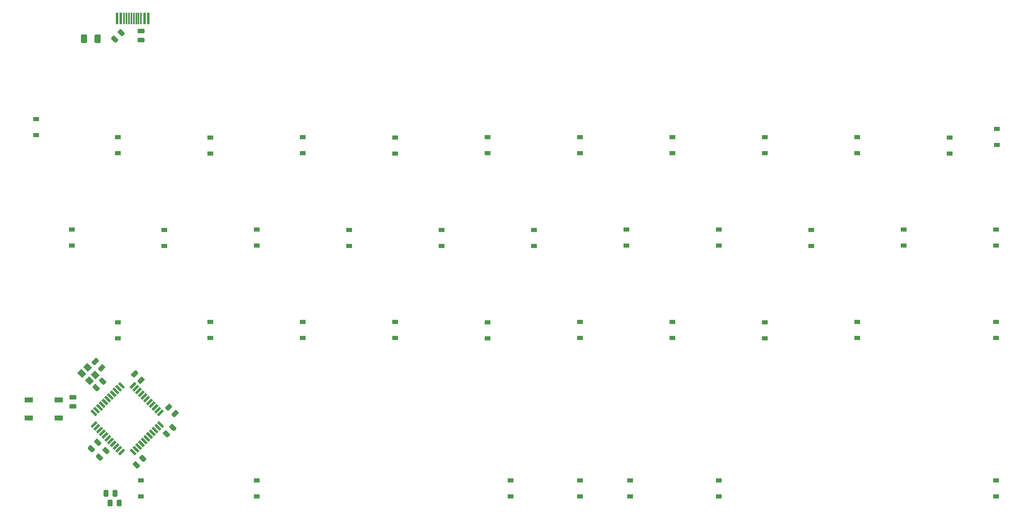
<source format=gbr>
G04 #@! TF.GenerationSoftware,KiCad,Pcbnew,(5.1.5)-3*
G04 #@! TF.CreationDate,2020-09-23T00:09:50-07:00*
G04 #@! TF.ProjectId,keyboard,6b657962-6f61-4726-942e-6b696361645f,rev?*
G04 #@! TF.SameCoordinates,Original*
G04 #@! TF.FileFunction,Paste,Bot*
G04 #@! TF.FilePolarity,Positive*
%FSLAX46Y46*%
G04 Gerber Fmt 4.6, Leading zero omitted, Abs format (unit mm)*
G04 Created by KiCad (PCBNEW (5.1.5)-3) date 2020-09-23 00:09:50*
%MOMM*%
%LPD*%
G04 APERTURE LIST*
%ADD10R,1.200000X0.900000*%
%ADD11C,0.100000*%
%ADD12R,0.300000X2.450000*%
%ADD13R,0.600000X2.450000*%
%ADD14R,1.800000X1.100000*%
G04 APERTURE END LIST*
D10*
X347875000Y11350000D03*
X347875000Y8050000D03*
X149800000Y13325000D03*
X149800000Y10025000D03*
D11*
G36*
X170298326Y-38417873D02*
G01*
X170321987Y-38421383D01*
X170345191Y-38427195D01*
X170367713Y-38435253D01*
X170389337Y-38445481D01*
X170409854Y-38457778D01*
X170429067Y-38472028D01*
X170446791Y-38488092D01*
X170791506Y-38832807D01*
X170807570Y-38850531D01*
X170821820Y-38869744D01*
X170834117Y-38890261D01*
X170844345Y-38911885D01*
X170852403Y-38934407D01*
X170858215Y-38957611D01*
X170861725Y-38981272D01*
X170862899Y-39005164D01*
X170861725Y-39029056D01*
X170858215Y-39052717D01*
X170852403Y-39075921D01*
X170844345Y-39098443D01*
X170834117Y-39120067D01*
X170821820Y-39140584D01*
X170807570Y-39159797D01*
X170791506Y-39177521D01*
X170146271Y-39822756D01*
X170128547Y-39838820D01*
X170109334Y-39853070D01*
X170088817Y-39865367D01*
X170067193Y-39875595D01*
X170044671Y-39883653D01*
X170021467Y-39889465D01*
X169997806Y-39892975D01*
X169973914Y-39894149D01*
X169950022Y-39892975D01*
X169926361Y-39889465D01*
X169903157Y-39883653D01*
X169880635Y-39875595D01*
X169859011Y-39865367D01*
X169838494Y-39853070D01*
X169819281Y-39838820D01*
X169801557Y-39822756D01*
X169456842Y-39478041D01*
X169440778Y-39460317D01*
X169426528Y-39441104D01*
X169414231Y-39420587D01*
X169404003Y-39398963D01*
X169395945Y-39376441D01*
X169390133Y-39353237D01*
X169386623Y-39329576D01*
X169385449Y-39305684D01*
X169386623Y-39281792D01*
X169390133Y-39258131D01*
X169395945Y-39234927D01*
X169404003Y-39212405D01*
X169414231Y-39190781D01*
X169426528Y-39170264D01*
X169440778Y-39151051D01*
X169456842Y-39133327D01*
X170102077Y-38488092D01*
X170119801Y-38472028D01*
X170139014Y-38457778D01*
X170159531Y-38445481D01*
X170181155Y-38435253D01*
X170203677Y-38427195D01*
X170226881Y-38421383D01*
X170250542Y-38417873D01*
X170274434Y-38416699D01*
X170298326Y-38417873D01*
G37*
G36*
X171624152Y-39743699D02*
G01*
X171647813Y-39747209D01*
X171671017Y-39753021D01*
X171693539Y-39761079D01*
X171715163Y-39771307D01*
X171735680Y-39783604D01*
X171754893Y-39797854D01*
X171772617Y-39813918D01*
X172117332Y-40158633D01*
X172133396Y-40176357D01*
X172147646Y-40195570D01*
X172159943Y-40216087D01*
X172170171Y-40237711D01*
X172178229Y-40260233D01*
X172184041Y-40283437D01*
X172187551Y-40307098D01*
X172188725Y-40330990D01*
X172187551Y-40354882D01*
X172184041Y-40378543D01*
X172178229Y-40401747D01*
X172170171Y-40424269D01*
X172159943Y-40445893D01*
X172147646Y-40466410D01*
X172133396Y-40485623D01*
X172117332Y-40503347D01*
X171472097Y-41148582D01*
X171454373Y-41164646D01*
X171435160Y-41178896D01*
X171414643Y-41191193D01*
X171393019Y-41201421D01*
X171370497Y-41209479D01*
X171347293Y-41215291D01*
X171323632Y-41218801D01*
X171299740Y-41219975D01*
X171275848Y-41218801D01*
X171252187Y-41215291D01*
X171228983Y-41209479D01*
X171206461Y-41201421D01*
X171184837Y-41191193D01*
X171164320Y-41178896D01*
X171145107Y-41164646D01*
X171127383Y-41148582D01*
X170782668Y-40803867D01*
X170766604Y-40786143D01*
X170752354Y-40766930D01*
X170740057Y-40746413D01*
X170729829Y-40724789D01*
X170721771Y-40702267D01*
X170715959Y-40679063D01*
X170712449Y-40655402D01*
X170711275Y-40631510D01*
X170712449Y-40607618D01*
X170715959Y-40583957D01*
X170721771Y-40560753D01*
X170729829Y-40538231D01*
X170740057Y-40516607D01*
X170752354Y-40496090D01*
X170766604Y-40476877D01*
X170782668Y-40459153D01*
X171427903Y-39813918D01*
X171445627Y-39797854D01*
X171464840Y-39783604D01*
X171485357Y-39771307D01*
X171506981Y-39761079D01*
X171529503Y-39753021D01*
X171552707Y-39747209D01*
X171576368Y-39743699D01*
X171600260Y-39742525D01*
X171624152Y-39743699D01*
G37*
G36*
X158301903Y-38952512D02*
G01*
X159150431Y-38103984D01*
X160140381Y-39093934D01*
X159291853Y-39942462D01*
X158301903Y-38952512D01*
G37*
G36*
X159857538Y-40508147D02*
G01*
X160706066Y-39659619D01*
X161696016Y-40649569D01*
X160847488Y-41498097D01*
X159857538Y-40508147D01*
G37*
G36*
X161059619Y-39306066D02*
G01*
X161908147Y-38457538D01*
X162898097Y-39447488D01*
X162049569Y-40296016D01*
X161059619Y-39306066D01*
G37*
G36*
X159503984Y-37750431D02*
G01*
X160352512Y-36901903D01*
X161342462Y-37891853D01*
X160493934Y-38740381D01*
X159503984Y-37750431D01*
G37*
D12*
X169440000Y34150000D03*
X169940000Y34150000D03*
X170440000Y34150000D03*
X168940000Y34150000D03*
X170940000Y34150000D03*
X168440000Y34150000D03*
X171440000Y34150000D03*
X167940000Y34150000D03*
D13*
X167240000Y34150000D03*
X172140000Y34150000D03*
X166465000Y34150000D03*
X172915000Y34150000D03*
D11*
G36*
X167062042Y-55983720D02*
G01*
X166673134Y-55594812D01*
X167733794Y-54534152D01*
X168122702Y-54923060D01*
X167062042Y-55983720D01*
G37*
G36*
X166496357Y-55418034D02*
G01*
X166107449Y-55029126D01*
X167168109Y-53968466D01*
X167557017Y-54357374D01*
X166496357Y-55418034D01*
G37*
G36*
X165930672Y-54852349D02*
G01*
X165541764Y-54463441D01*
X166602424Y-53402781D01*
X166991332Y-53791689D01*
X165930672Y-54852349D01*
G37*
G36*
X165364986Y-54286664D02*
G01*
X164976078Y-53897756D01*
X166036738Y-52837096D01*
X166425646Y-53226004D01*
X165364986Y-54286664D01*
G37*
G36*
X164799301Y-53720978D02*
G01*
X164410393Y-53332070D01*
X165471053Y-52271410D01*
X165859961Y-52660318D01*
X164799301Y-53720978D01*
G37*
G36*
X164233615Y-53155293D02*
G01*
X163844707Y-52766385D01*
X164905367Y-51705725D01*
X165294275Y-52094633D01*
X164233615Y-53155293D01*
G37*
G36*
X163667930Y-52589607D02*
G01*
X163279022Y-52200699D01*
X164339682Y-51140039D01*
X164728590Y-51528947D01*
X163667930Y-52589607D01*
G37*
G36*
X163102244Y-52023922D02*
G01*
X162713336Y-51635014D01*
X163773996Y-50574354D01*
X164162904Y-50963262D01*
X163102244Y-52023922D01*
G37*
G36*
X162536559Y-51458236D02*
G01*
X162147651Y-51069328D01*
X163208311Y-50008668D01*
X163597219Y-50397576D01*
X162536559Y-51458236D01*
G37*
G36*
X161970874Y-50892551D02*
G01*
X161581966Y-50503643D01*
X162642626Y-49442983D01*
X163031534Y-49831891D01*
X161970874Y-50892551D01*
G37*
G36*
X161405188Y-50326866D02*
G01*
X161016280Y-49937958D01*
X162076940Y-48877298D01*
X162465848Y-49266206D01*
X161405188Y-50326866D01*
G37*
G36*
X161016280Y-46862042D02*
G01*
X161405188Y-46473134D01*
X162465848Y-47533794D01*
X162076940Y-47922702D01*
X161016280Y-46862042D01*
G37*
G36*
X161581966Y-46296357D02*
G01*
X161970874Y-45907449D01*
X163031534Y-46968109D01*
X162642626Y-47357017D01*
X161581966Y-46296357D01*
G37*
G36*
X162147651Y-45730672D02*
G01*
X162536559Y-45341764D01*
X163597219Y-46402424D01*
X163208311Y-46791332D01*
X162147651Y-45730672D01*
G37*
G36*
X162713336Y-45164986D02*
G01*
X163102244Y-44776078D01*
X164162904Y-45836738D01*
X163773996Y-46225646D01*
X162713336Y-45164986D01*
G37*
G36*
X163279022Y-44599301D02*
G01*
X163667930Y-44210393D01*
X164728590Y-45271053D01*
X164339682Y-45659961D01*
X163279022Y-44599301D01*
G37*
G36*
X163844707Y-44033615D02*
G01*
X164233615Y-43644707D01*
X165294275Y-44705367D01*
X164905367Y-45094275D01*
X163844707Y-44033615D01*
G37*
G36*
X164410393Y-43467930D02*
G01*
X164799301Y-43079022D01*
X165859961Y-44139682D01*
X165471053Y-44528590D01*
X164410393Y-43467930D01*
G37*
G36*
X164976078Y-42902244D02*
G01*
X165364986Y-42513336D01*
X166425646Y-43573996D01*
X166036738Y-43962904D01*
X164976078Y-42902244D01*
G37*
G36*
X165541764Y-42336559D02*
G01*
X165930672Y-41947651D01*
X166991332Y-43008311D01*
X166602424Y-43397219D01*
X165541764Y-42336559D01*
G37*
G36*
X166107449Y-41770874D02*
G01*
X166496357Y-41381966D01*
X167557017Y-42442626D01*
X167168109Y-42831534D01*
X166107449Y-41770874D01*
G37*
G36*
X166673134Y-41205188D02*
G01*
X167062042Y-40816280D01*
X168122702Y-41876940D01*
X167733794Y-42265848D01*
X166673134Y-41205188D01*
G37*
G36*
X169466206Y-42265848D02*
G01*
X169077298Y-41876940D01*
X170137958Y-40816280D01*
X170526866Y-41205188D01*
X169466206Y-42265848D01*
G37*
G36*
X170031891Y-42831534D02*
G01*
X169642983Y-42442626D01*
X170703643Y-41381966D01*
X171092551Y-41770874D01*
X170031891Y-42831534D01*
G37*
G36*
X170597576Y-43397219D02*
G01*
X170208668Y-43008311D01*
X171269328Y-41947651D01*
X171658236Y-42336559D01*
X170597576Y-43397219D01*
G37*
G36*
X171163262Y-43962904D02*
G01*
X170774354Y-43573996D01*
X171835014Y-42513336D01*
X172223922Y-42902244D01*
X171163262Y-43962904D01*
G37*
G36*
X171728947Y-44528590D02*
G01*
X171340039Y-44139682D01*
X172400699Y-43079022D01*
X172789607Y-43467930D01*
X171728947Y-44528590D01*
G37*
G36*
X172294633Y-45094275D02*
G01*
X171905725Y-44705367D01*
X172966385Y-43644707D01*
X173355293Y-44033615D01*
X172294633Y-45094275D01*
G37*
G36*
X172860318Y-45659961D02*
G01*
X172471410Y-45271053D01*
X173532070Y-44210393D01*
X173920978Y-44599301D01*
X172860318Y-45659961D01*
G37*
G36*
X173426004Y-46225646D02*
G01*
X173037096Y-45836738D01*
X174097756Y-44776078D01*
X174486664Y-45164986D01*
X173426004Y-46225646D01*
G37*
G36*
X173991689Y-46791332D02*
G01*
X173602781Y-46402424D01*
X174663441Y-45341764D01*
X175052349Y-45730672D01*
X173991689Y-46791332D01*
G37*
G36*
X174557374Y-47357017D02*
G01*
X174168466Y-46968109D01*
X175229126Y-45907449D01*
X175618034Y-46296357D01*
X174557374Y-47357017D01*
G37*
G36*
X175123060Y-47922702D02*
G01*
X174734152Y-47533794D01*
X175794812Y-46473134D01*
X176183720Y-46862042D01*
X175123060Y-47922702D01*
G37*
G36*
X174734152Y-49266206D02*
G01*
X175123060Y-48877298D01*
X176183720Y-49937958D01*
X175794812Y-50326866D01*
X174734152Y-49266206D01*
G37*
G36*
X174168466Y-49831891D02*
G01*
X174557374Y-49442983D01*
X175618034Y-50503643D01*
X175229126Y-50892551D01*
X174168466Y-49831891D01*
G37*
G36*
X173602781Y-50397576D02*
G01*
X173991689Y-50008668D01*
X175052349Y-51069328D01*
X174663441Y-51458236D01*
X173602781Y-50397576D01*
G37*
G36*
X173037096Y-50963262D02*
G01*
X173426004Y-50574354D01*
X174486664Y-51635014D01*
X174097756Y-52023922D01*
X173037096Y-50963262D01*
G37*
G36*
X172471410Y-51528947D02*
G01*
X172860318Y-51140039D01*
X173920978Y-52200699D01*
X173532070Y-52589607D01*
X172471410Y-51528947D01*
G37*
G36*
X171905725Y-52094633D02*
G01*
X172294633Y-51705725D01*
X173355293Y-52766385D01*
X172966385Y-53155293D01*
X171905725Y-52094633D01*
G37*
G36*
X171340039Y-52660318D02*
G01*
X171728947Y-52271410D01*
X172789607Y-53332070D01*
X172400699Y-53720978D01*
X171340039Y-52660318D01*
G37*
G36*
X170774354Y-53226004D02*
G01*
X171163262Y-52837096D01*
X172223922Y-53897756D01*
X171835014Y-54286664D01*
X170774354Y-53226004D01*
G37*
G36*
X170208668Y-53791689D02*
G01*
X170597576Y-53402781D01*
X171658236Y-54463441D01*
X171269328Y-54852349D01*
X170208668Y-53791689D01*
G37*
G36*
X169642983Y-54357374D02*
G01*
X170031891Y-53968466D01*
X171092551Y-55029126D01*
X170703643Y-55418034D01*
X169642983Y-54357374D01*
G37*
G36*
X169077298Y-54923060D02*
G01*
X169466206Y-54534152D01*
X170526866Y-55594812D01*
X170137958Y-55983720D01*
X169077298Y-54923060D01*
G37*
D14*
X148300000Y-48250000D03*
X154500000Y-44550000D03*
X148300000Y-44550000D03*
X154500000Y-48250000D03*
D11*
G36*
X171920142Y32006326D02*
G01*
X171943803Y32002816D01*
X171967007Y31997004D01*
X171989529Y31988946D01*
X172011153Y31978718D01*
X172031670Y31966421D01*
X172050883Y31952171D01*
X172068607Y31936107D01*
X172084671Y31918383D01*
X172098921Y31899170D01*
X172111218Y31878653D01*
X172121446Y31857029D01*
X172129504Y31834507D01*
X172135316Y31811303D01*
X172138826Y31787642D01*
X172140000Y31763750D01*
X172140000Y31276250D01*
X172138826Y31252358D01*
X172135316Y31228697D01*
X172129504Y31205493D01*
X172121446Y31182971D01*
X172111218Y31161347D01*
X172098921Y31140830D01*
X172084671Y31121617D01*
X172068607Y31103893D01*
X172050883Y31087829D01*
X172031670Y31073579D01*
X172011153Y31061282D01*
X171989529Y31051054D01*
X171967007Y31042996D01*
X171943803Y31037184D01*
X171920142Y31033674D01*
X171896250Y31032500D01*
X170983750Y31032500D01*
X170959858Y31033674D01*
X170936197Y31037184D01*
X170912993Y31042996D01*
X170890471Y31051054D01*
X170868847Y31061282D01*
X170848330Y31073579D01*
X170829117Y31087829D01*
X170811393Y31103893D01*
X170795329Y31121617D01*
X170781079Y31140830D01*
X170768782Y31161347D01*
X170758554Y31182971D01*
X170750496Y31205493D01*
X170744684Y31228697D01*
X170741174Y31252358D01*
X170740000Y31276250D01*
X170740000Y31763750D01*
X170741174Y31787642D01*
X170744684Y31811303D01*
X170750496Y31834507D01*
X170758554Y31857029D01*
X170768782Y31878653D01*
X170781079Y31899170D01*
X170795329Y31918383D01*
X170811393Y31936107D01*
X170829117Y31952171D01*
X170848330Y31966421D01*
X170868847Y31978718D01*
X170890471Y31988946D01*
X170912993Y31997004D01*
X170936197Y32002816D01*
X170959858Y32006326D01*
X170983750Y32007500D01*
X171896250Y32007500D01*
X171920142Y32006326D01*
G37*
G36*
X171920142Y30131326D02*
G01*
X171943803Y30127816D01*
X171967007Y30122004D01*
X171989529Y30113946D01*
X172011153Y30103718D01*
X172031670Y30091421D01*
X172050883Y30077171D01*
X172068607Y30061107D01*
X172084671Y30043383D01*
X172098921Y30024170D01*
X172111218Y30003653D01*
X172121446Y29982029D01*
X172129504Y29959507D01*
X172135316Y29936303D01*
X172138826Y29912642D01*
X172140000Y29888750D01*
X172140000Y29401250D01*
X172138826Y29377358D01*
X172135316Y29353697D01*
X172129504Y29330493D01*
X172121446Y29307971D01*
X172111218Y29286347D01*
X172098921Y29265830D01*
X172084671Y29246617D01*
X172068607Y29228893D01*
X172050883Y29212829D01*
X172031670Y29198579D01*
X172011153Y29186282D01*
X171989529Y29176054D01*
X171967007Y29167996D01*
X171943803Y29162184D01*
X171920142Y29158674D01*
X171896250Y29157500D01*
X170983750Y29157500D01*
X170959858Y29158674D01*
X170936197Y29162184D01*
X170912993Y29167996D01*
X170890471Y29176054D01*
X170868847Y29186282D01*
X170848330Y29198579D01*
X170829117Y29212829D01*
X170811393Y29228893D01*
X170795329Y29246617D01*
X170781079Y29265830D01*
X170768782Y29286347D01*
X170758554Y29307971D01*
X170750496Y29330493D01*
X170744684Y29353697D01*
X170741174Y29377358D01*
X170740000Y29401250D01*
X170740000Y29888750D01*
X170741174Y29912642D01*
X170744684Y29936303D01*
X170750496Y29959507D01*
X170758554Y29982029D01*
X170768782Y30003653D01*
X170781079Y30024170D01*
X170795329Y30043383D01*
X170811393Y30061107D01*
X170829117Y30077171D01*
X170848330Y30091421D01*
X170868847Y30103718D01*
X170890471Y30113946D01*
X170912993Y30122004D01*
X170936197Y30127816D01*
X170959858Y30131326D01*
X170983750Y30132500D01*
X171896250Y30132500D01*
X171920142Y30131326D01*
G37*
G36*
X167213632Y31932551D02*
G01*
X167237293Y31929041D01*
X167260497Y31923229D01*
X167283019Y31915171D01*
X167304643Y31904943D01*
X167325160Y31892646D01*
X167344373Y31878396D01*
X167362097Y31862332D01*
X168007332Y31217097D01*
X168023396Y31199373D01*
X168037646Y31180160D01*
X168049943Y31159643D01*
X168060171Y31138019D01*
X168068229Y31115497D01*
X168074041Y31092293D01*
X168077551Y31068632D01*
X168078725Y31044740D01*
X168077551Y31020848D01*
X168074041Y30997187D01*
X168068229Y30973983D01*
X168060171Y30951461D01*
X168049943Y30929837D01*
X168037646Y30909320D01*
X168023396Y30890107D01*
X168007332Y30872383D01*
X167662617Y30527668D01*
X167644893Y30511604D01*
X167625680Y30497354D01*
X167605163Y30485057D01*
X167583539Y30474829D01*
X167561017Y30466771D01*
X167537813Y30460959D01*
X167514152Y30457449D01*
X167490260Y30456275D01*
X167466368Y30457449D01*
X167442707Y30460959D01*
X167419503Y30466771D01*
X167396981Y30474829D01*
X167375357Y30485057D01*
X167354840Y30497354D01*
X167335627Y30511604D01*
X167317903Y30527668D01*
X166672668Y31172903D01*
X166656604Y31190627D01*
X166642354Y31209840D01*
X166630057Y31230357D01*
X166619829Y31251981D01*
X166611771Y31274503D01*
X166605959Y31297707D01*
X166602449Y31321368D01*
X166601275Y31345260D01*
X166602449Y31369152D01*
X166605959Y31392813D01*
X166611771Y31416017D01*
X166619829Y31438539D01*
X166630057Y31460163D01*
X166642354Y31480680D01*
X166656604Y31499893D01*
X166672668Y31517617D01*
X167017383Y31862332D01*
X167035107Y31878396D01*
X167054320Y31892646D01*
X167074837Y31904943D01*
X167096461Y31915171D01*
X167118983Y31923229D01*
X167142187Y31929041D01*
X167165848Y31932551D01*
X167189740Y31933725D01*
X167213632Y31932551D01*
G37*
G36*
X165887806Y30606725D02*
G01*
X165911467Y30603215D01*
X165934671Y30597403D01*
X165957193Y30589345D01*
X165978817Y30579117D01*
X165999334Y30566820D01*
X166018547Y30552570D01*
X166036271Y30536506D01*
X166681506Y29891271D01*
X166697570Y29873547D01*
X166711820Y29854334D01*
X166724117Y29833817D01*
X166734345Y29812193D01*
X166742403Y29789671D01*
X166748215Y29766467D01*
X166751725Y29742806D01*
X166752899Y29718914D01*
X166751725Y29695022D01*
X166748215Y29671361D01*
X166742403Y29648157D01*
X166734345Y29625635D01*
X166724117Y29604011D01*
X166711820Y29583494D01*
X166697570Y29564281D01*
X166681506Y29546557D01*
X166336791Y29201842D01*
X166319067Y29185778D01*
X166299854Y29171528D01*
X166279337Y29159231D01*
X166257713Y29149003D01*
X166235191Y29140945D01*
X166211987Y29135133D01*
X166188326Y29131623D01*
X166164434Y29130449D01*
X166140542Y29131623D01*
X166116881Y29135133D01*
X166093677Y29140945D01*
X166071155Y29149003D01*
X166049531Y29159231D01*
X166029014Y29171528D01*
X166009801Y29185778D01*
X165992077Y29201842D01*
X165346842Y29847077D01*
X165330778Y29864801D01*
X165316528Y29884014D01*
X165304231Y29904531D01*
X165294003Y29926155D01*
X165285945Y29948677D01*
X165280133Y29971881D01*
X165276623Y29995542D01*
X165275449Y30019434D01*
X165276623Y30043326D01*
X165280133Y30066987D01*
X165285945Y30090191D01*
X165294003Y30112713D01*
X165304231Y30134337D01*
X165316528Y30154854D01*
X165330778Y30174067D01*
X165346842Y30191791D01*
X165691557Y30536506D01*
X165709281Y30552570D01*
X165728494Y30566820D01*
X165749011Y30579117D01*
X165770635Y30589345D01*
X165793157Y30597403D01*
X165816361Y30603215D01*
X165840022Y30606725D01*
X165863914Y30607899D01*
X165887806Y30606725D01*
G37*
G36*
X177311239Y-45287036D02*
G01*
X177334900Y-45290546D01*
X177358104Y-45296358D01*
X177380626Y-45304416D01*
X177402250Y-45314644D01*
X177422767Y-45326941D01*
X177441980Y-45341191D01*
X177459704Y-45357255D01*
X177804419Y-45701970D01*
X177820483Y-45719694D01*
X177834733Y-45738907D01*
X177847030Y-45759424D01*
X177857258Y-45781048D01*
X177865316Y-45803570D01*
X177871128Y-45826774D01*
X177874638Y-45850435D01*
X177875812Y-45874327D01*
X177874638Y-45898219D01*
X177871128Y-45921880D01*
X177865316Y-45945084D01*
X177857258Y-45967606D01*
X177847030Y-45989230D01*
X177834733Y-46009747D01*
X177820483Y-46028960D01*
X177804419Y-46046684D01*
X177159184Y-46691919D01*
X177141460Y-46707983D01*
X177122247Y-46722233D01*
X177101730Y-46734530D01*
X177080106Y-46744758D01*
X177057584Y-46752816D01*
X177034380Y-46758628D01*
X177010719Y-46762138D01*
X176986827Y-46763312D01*
X176962935Y-46762138D01*
X176939274Y-46758628D01*
X176916070Y-46752816D01*
X176893548Y-46744758D01*
X176871924Y-46734530D01*
X176851407Y-46722233D01*
X176832194Y-46707983D01*
X176814470Y-46691919D01*
X176469755Y-46347204D01*
X176453691Y-46329480D01*
X176439441Y-46310267D01*
X176427144Y-46289750D01*
X176416916Y-46268126D01*
X176408858Y-46245604D01*
X176403046Y-46222400D01*
X176399536Y-46198739D01*
X176398362Y-46174847D01*
X176399536Y-46150955D01*
X176403046Y-46127294D01*
X176408858Y-46104090D01*
X176416916Y-46081568D01*
X176427144Y-46059944D01*
X176439441Y-46039427D01*
X176453691Y-46020214D01*
X176469755Y-46002490D01*
X177114990Y-45357255D01*
X177132714Y-45341191D01*
X177151927Y-45326941D01*
X177172444Y-45314644D01*
X177194068Y-45304416D01*
X177216590Y-45296358D01*
X177239794Y-45290546D01*
X177263455Y-45287036D01*
X177287347Y-45285862D01*
X177311239Y-45287036D01*
G37*
G36*
X178637065Y-46612862D02*
G01*
X178660726Y-46616372D01*
X178683930Y-46622184D01*
X178706452Y-46630242D01*
X178728076Y-46640470D01*
X178748593Y-46652767D01*
X178767806Y-46667017D01*
X178785530Y-46683081D01*
X179130245Y-47027796D01*
X179146309Y-47045520D01*
X179160559Y-47064733D01*
X179172856Y-47085250D01*
X179183084Y-47106874D01*
X179191142Y-47129396D01*
X179196954Y-47152600D01*
X179200464Y-47176261D01*
X179201638Y-47200153D01*
X179200464Y-47224045D01*
X179196954Y-47247706D01*
X179191142Y-47270910D01*
X179183084Y-47293432D01*
X179172856Y-47315056D01*
X179160559Y-47335573D01*
X179146309Y-47354786D01*
X179130245Y-47372510D01*
X178485010Y-48017745D01*
X178467286Y-48033809D01*
X178448073Y-48048059D01*
X178427556Y-48060356D01*
X178405932Y-48070584D01*
X178383410Y-48078642D01*
X178360206Y-48084454D01*
X178336545Y-48087964D01*
X178312653Y-48089138D01*
X178288761Y-48087964D01*
X178265100Y-48084454D01*
X178241896Y-48078642D01*
X178219374Y-48070584D01*
X178197750Y-48060356D01*
X178177233Y-48048059D01*
X178158020Y-48033809D01*
X178140296Y-48017745D01*
X177795581Y-47673030D01*
X177779517Y-47655306D01*
X177765267Y-47636093D01*
X177752970Y-47615576D01*
X177742742Y-47593952D01*
X177734684Y-47571430D01*
X177728872Y-47548226D01*
X177725362Y-47524565D01*
X177724188Y-47500673D01*
X177725362Y-47476781D01*
X177728872Y-47453120D01*
X177734684Y-47429916D01*
X177742742Y-47407394D01*
X177752970Y-47385770D01*
X177765267Y-47365253D01*
X177779517Y-47346040D01*
X177795581Y-47328316D01*
X178440816Y-46683081D01*
X178458540Y-46667017D01*
X178477753Y-46652767D01*
X178498270Y-46640470D01*
X178519894Y-46630242D01*
X178542416Y-46622184D01*
X178565620Y-46616372D01*
X178589281Y-46612862D01*
X178613173Y-46611688D01*
X178637065Y-46612862D01*
G37*
G36*
X157880142Y-43513674D02*
G01*
X157903803Y-43517184D01*
X157927007Y-43522996D01*
X157949529Y-43531054D01*
X157971153Y-43541282D01*
X157991670Y-43553579D01*
X158010883Y-43567829D01*
X158028607Y-43583893D01*
X158044671Y-43601617D01*
X158058921Y-43620830D01*
X158071218Y-43641347D01*
X158081446Y-43662971D01*
X158089504Y-43685493D01*
X158095316Y-43708697D01*
X158098826Y-43732358D01*
X158100000Y-43756250D01*
X158100000Y-44243750D01*
X158098826Y-44267642D01*
X158095316Y-44291303D01*
X158089504Y-44314507D01*
X158081446Y-44337029D01*
X158071218Y-44358653D01*
X158058921Y-44379170D01*
X158044671Y-44398383D01*
X158028607Y-44416107D01*
X158010883Y-44432171D01*
X157991670Y-44446421D01*
X157971153Y-44458718D01*
X157949529Y-44468946D01*
X157927007Y-44477004D01*
X157903803Y-44482816D01*
X157880142Y-44486326D01*
X157856250Y-44487500D01*
X156943750Y-44487500D01*
X156919858Y-44486326D01*
X156896197Y-44482816D01*
X156872993Y-44477004D01*
X156850471Y-44468946D01*
X156828847Y-44458718D01*
X156808330Y-44446421D01*
X156789117Y-44432171D01*
X156771393Y-44416107D01*
X156755329Y-44398383D01*
X156741079Y-44379170D01*
X156728782Y-44358653D01*
X156718554Y-44337029D01*
X156710496Y-44314507D01*
X156704684Y-44291303D01*
X156701174Y-44267642D01*
X156700000Y-44243750D01*
X156700000Y-43756250D01*
X156701174Y-43732358D01*
X156704684Y-43708697D01*
X156710496Y-43685493D01*
X156718554Y-43662971D01*
X156728782Y-43641347D01*
X156741079Y-43620830D01*
X156755329Y-43601617D01*
X156771393Y-43583893D01*
X156789117Y-43567829D01*
X156808330Y-43553579D01*
X156828847Y-43541282D01*
X156850471Y-43531054D01*
X156872993Y-43522996D01*
X156896197Y-43517184D01*
X156919858Y-43513674D01*
X156943750Y-43512500D01*
X157856250Y-43512500D01*
X157880142Y-43513674D01*
G37*
G36*
X157880142Y-45388674D02*
G01*
X157903803Y-45392184D01*
X157927007Y-45397996D01*
X157949529Y-45406054D01*
X157971153Y-45416282D01*
X157991670Y-45428579D01*
X158010883Y-45442829D01*
X158028607Y-45458893D01*
X158044671Y-45476617D01*
X158058921Y-45495830D01*
X158071218Y-45516347D01*
X158081446Y-45537971D01*
X158089504Y-45560493D01*
X158095316Y-45583697D01*
X158098826Y-45607358D01*
X158100000Y-45631250D01*
X158100000Y-46118750D01*
X158098826Y-46142642D01*
X158095316Y-46166303D01*
X158089504Y-46189507D01*
X158081446Y-46212029D01*
X158071218Y-46233653D01*
X158058921Y-46254170D01*
X158044671Y-46273383D01*
X158028607Y-46291107D01*
X158010883Y-46307171D01*
X157991670Y-46321421D01*
X157971153Y-46333718D01*
X157949529Y-46343946D01*
X157927007Y-46352004D01*
X157903803Y-46357816D01*
X157880142Y-46361326D01*
X157856250Y-46362500D01*
X156943750Y-46362500D01*
X156919858Y-46361326D01*
X156896197Y-46357816D01*
X156872993Y-46352004D01*
X156850471Y-46343946D01*
X156828847Y-46333718D01*
X156808330Y-46321421D01*
X156789117Y-46307171D01*
X156771393Y-46291107D01*
X156755329Y-46273383D01*
X156741079Y-46254170D01*
X156728782Y-46233653D01*
X156718554Y-46212029D01*
X156710496Y-46189507D01*
X156704684Y-46166303D01*
X156701174Y-46142642D01*
X156700000Y-46118750D01*
X156700000Y-45631250D01*
X156701174Y-45607358D01*
X156704684Y-45583697D01*
X156710496Y-45560493D01*
X156718554Y-45537971D01*
X156728782Y-45516347D01*
X156741079Y-45495830D01*
X156755329Y-45476617D01*
X156771393Y-45458893D01*
X156789117Y-45442829D01*
X156808330Y-45428579D01*
X156828847Y-45416282D01*
X156850471Y-45406054D01*
X156872993Y-45397996D01*
X156896197Y-45392184D01*
X156919858Y-45388674D01*
X156943750Y-45387500D01*
X157856250Y-45387500D01*
X157880142Y-45388674D01*
G37*
G36*
X164467642Y-63101174D02*
G01*
X164491303Y-63104684D01*
X164514507Y-63110496D01*
X164537029Y-63118554D01*
X164558653Y-63128782D01*
X164579170Y-63141079D01*
X164598383Y-63155329D01*
X164616107Y-63171393D01*
X164632171Y-63189117D01*
X164646421Y-63208330D01*
X164658718Y-63228847D01*
X164668946Y-63250471D01*
X164677004Y-63272993D01*
X164682816Y-63296197D01*
X164686326Y-63319858D01*
X164687500Y-63343750D01*
X164687500Y-64256250D01*
X164686326Y-64280142D01*
X164682816Y-64303803D01*
X164677004Y-64327007D01*
X164668946Y-64349529D01*
X164658718Y-64371153D01*
X164646421Y-64391670D01*
X164632171Y-64410883D01*
X164616107Y-64428607D01*
X164598383Y-64444671D01*
X164579170Y-64458921D01*
X164558653Y-64471218D01*
X164537029Y-64481446D01*
X164514507Y-64489504D01*
X164491303Y-64495316D01*
X164467642Y-64498826D01*
X164443750Y-64500000D01*
X163956250Y-64500000D01*
X163932358Y-64498826D01*
X163908697Y-64495316D01*
X163885493Y-64489504D01*
X163862971Y-64481446D01*
X163841347Y-64471218D01*
X163820830Y-64458921D01*
X163801617Y-64444671D01*
X163783893Y-64428607D01*
X163767829Y-64410883D01*
X163753579Y-64391670D01*
X163741282Y-64371153D01*
X163731054Y-64349529D01*
X163722996Y-64327007D01*
X163717184Y-64303803D01*
X163713674Y-64280142D01*
X163712500Y-64256250D01*
X163712500Y-63343750D01*
X163713674Y-63319858D01*
X163717184Y-63296197D01*
X163722996Y-63272993D01*
X163731054Y-63250471D01*
X163741282Y-63228847D01*
X163753579Y-63208330D01*
X163767829Y-63189117D01*
X163783893Y-63171393D01*
X163801617Y-63155329D01*
X163820830Y-63141079D01*
X163841347Y-63128782D01*
X163862971Y-63118554D01*
X163885493Y-63110496D01*
X163908697Y-63104684D01*
X163932358Y-63101174D01*
X163956250Y-63100000D01*
X164443750Y-63100000D01*
X164467642Y-63101174D01*
G37*
G36*
X166342642Y-63101174D02*
G01*
X166366303Y-63104684D01*
X166389507Y-63110496D01*
X166412029Y-63118554D01*
X166433653Y-63128782D01*
X166454170Y-63141079D01*
X166473383Y-63155329D01*
X166491107Y-63171393D01*
X166507171Y-63189117D01*
X166521421Y-63208330D01*
X166533718Y-63228847D01*
X166543946Y-63250471D01*
X166552004Y-63272993D01*
X166557816Y-63296197D01*
X166561326Y-63319858D01*
X166562500Y-63343750D01*
X166562500Y-64256250D01*
X166561326Y-64280142D01*
X166557816Y-64303803D01*
X166552004Y-64327007D01*
X166543946Y-64349529D01*
X166533718Y-64371153D01*
X166521421Y-64391670D01*
X166507171Y-64410883D01*
X166491107Y-64428607D01*
X166473383Y-64444671D01*
X166454170Y-64458921D01*
X166433653Y-64471218D01*
X166412029Y-64481446D01*
X166389507Y-64489504D01*
X166366303Y-64495316D01*
X166342642Y-64498826D01*
X166318750Y-64500000D01*
X165831250Y-64500000D01*
X165807358Y-64498826D01*
X165783697Y-64495316D01*
X165760493Y-64489504D01*
X165737971Y-64481446D01*
X165716347Y-64471218D01*
X165695830Y-64458921D01*
X165676617Y-64444671D01*
X165658893Y-64428607D01*
X165642829Y-64410883D01*
X165628579Y-64391670D01*
X165616282Y-64371153D01*
X165606054Y-64349529D01*
X165597996Y-64327007D01*
X165592184Y-64303803D01*
X165588674Y-64280142D01*
X165587500Y-64256250D01*
X165587500Y-63343750D01*
X165588674Y-63319858D01*
X165592184Y-63296197D01*
X165597996Y-63272993D01*
X165606054Y-63250471D01*
X165616282Y-63228847D01*
X165628579Y-63208330D01*
X165642829Y-63189117D01*
X165658893Y-63171393D01*
X165676617Y-63155329D01*
X165695830Y-63141079D01*
X165716347Y-63128782D01*
X165737971Y-63118554D01*
X165760493Y-63110496D01*
X165783697Y-63104684D01*
X165807358Y-63101174D01*
X165831250Y-63100000D01*
X166318750Y-63100000D01*
X166342642Y-63101174D01*
G37*
G36*
X165330142Y-65101174D02*
G01*
X165353803Y-65104684D01*
X165377007Y-65110496D01*
X165399529Y-65118554D01*
X165421153Y-65128782D01*
X165441670Y-65141079D01*
X165460883Y-65155329D01*
X165478607Y-65171393D01*
X165494671Y-65189117D01*
X165508921Y-65208330D01*
X165521218Y-65228847D01*
X165531446Y-65250471D01*
X165539504Y-65272993D01*
X165545316Y-65296197D01*
X165548826Y-65319858D01*
X165550000Y-65343750D01*
X165550000Y-66256250D01*
X165548826Y-66280142D01*
X165545316Y-66303803D01*
X165539504Y-66327007D01*
X165531446Y-66349529D01*
X165521218Y-66371153D01*
X165508921Y-66391670D01*
X165494671Y-66410883D01*
X165478607Y-66428607D01*
X165460883Y-66444671D01*
X165441670Y-66458921D01*
X165421153Y-66471218D01*
X165399529Y-66481446D01*
X165377007Y-66489504D01*
X165353803Y-66495316D01*
X165330142Y-66498826D01*
X165306250Y-66500000D01*
X164818750Y-66500000D01*
X164794858Y-66498826D01*
X164771197Y-66495316D01*
X164747993Y-66489504D01*
X164725471Y-66481446D01*
X164703847Y-66471218D01*
X164683330Y-66458921D01*
X164664117Y-66444671D01*
X164646393Y-66428607D01*
X164630329Y-66410883D01*
X164616079Y-66391670D01*
X164603782Y-66371153D01*
X164593554Y-66349529D01*
X164585496Y-66327007D01*
X164579684Y-66303803D01*
X164576174Y-66280142D01*
X164575000Y-66256250D01*
X164575000Y-65343750D01*
X164576174Y-65319858D01*
X164579684Y-65296197D01*
X164585496Y-65272993D01*
X164593554Y-65250471D01*
X164603782Y-65228847D01*
X164616079Y-65208330D01*
X164630329Y-65189117D01*
X164646393Y-65171393D01*
X164664117Y-65155329D01*
X164683330Y-65141079D01*
X164703847Y-65128782D01*
X164725471Y-65118554D01*
X164747993Y-65110496D01*
X164771197Y-65104684D01*
X164794858Y-65101174D01*
X164818750Y-65100000D01*
X165306250Y-65100000D01*
X165330142Y-65101174D01*
G37*
G36*
X167205142Y-65101174D02*
G01*
X167228803Y-65104684D01*
X167252007Y-65110496D01*
X167274529Y-65118554D01*
X167296153Y-65128782D01*
X167316670Y-65141079D01*
X167335883Y-65155329D01*
X167353607Y-65171393D01*
X167369671Y-65189117D01*
X167383921Y-65208330D01*
X167396218Y-65228847D01*
X167406446Y-65250471D01*
X167414504Y-65272993D01*
X167420316Y-65296197D01*
X167423826Y-65319858D01*
X167425000Y-65343750D01*
X167425000Y-66256250D01*
X167423826Y-66280142D01*
X167420316Y-66303803D01*
X167414504Y-66327007D01*
X167406446Y-66349529D01*
X167396218Y-66371153D01*
X167383921Y-66391670D01*
X167369671Y-66410883D01*
X167353607Y-66428607D01*
X167335883Y-66444671D01*
X167316670Y-66458921D01*
X167296153Y-66471218D01*
X167274529Y-66481446D01*
X167252007Y-66489504D01*
X167228803Y-66495316D01*
X167205142Y-66498826D01*
X167181250Y-66500000D01*
X166693750Y-66500000D01*
X166669858Y-66498826D01*
X166646197Y-66495316D01*
X166622993Y-66489504D01*
X166600471Y-66481446D01*
X166578847Y-66471218D01*
X166558330Y-66458921D01*
X166539117Y-66444671D01*
X166521393Y-66428607D01*
X166505329Y-66410883D01*
X166491079Y-66391670D01*
X166478782Y-66371153D01*
X166468554Y-66349529D01*
X166460496Y-66327007D01*
X166454684Y-66303803D01*
X166451174Y-66280142D01*
X166450000Y-66256250D01*
X166450000Y-65343750D01*
X166451174Y-65319858D01*
X166454684Y-65296197D01*
X166460496Y-65272993D01*
X166468554Y-65250471D01*
X166478782Y-65228847D01*
X166491079Y-65208330D01*
X166505329Y-65189117D01*
X166521393Y-65171393D01*
X166539117Y-65155329D01*
X166558330Y-65141079D01*
X166578847Y-65128782D01*
X166600471Y-65118554D01*
X166622993Y-65110496D01*
X166646197Y-65104684D01*
X166669858Y-65101174D01*
X166693750Y-65100000D01*
X167181250Y-65100000D01*
X167205142Y-65101174D01*
G37*
G36*
X162889504Y30818796D02*
G01*
X162913773Y30815196D01*
X162937571Y30809235D01*
X162960671Y30800970D01*
X162982849Y30790480D01*
X163003893Y30777867D01*
X163023598Y30763253D01*
X163041777Y30746777D01*
X163058253Y30728598D01*
X163072867Y30708893D01*
X163085480Y30687849D01*
X163095970Y30665671D01*
X163104235Y30642571D01*
X163110196Y30618773D01*
X163113796Y30594504D01*
X163115000Y30570000D01*
X163115000Y29320000D01*
X163113796Y29295496D01*
X163110196Y29271227D01*
X163104235Y29247429D01*
X163095970Y29224329D01*
X163085480Y29202151D01*
X163072867Y29181107D01*
X163058253Y29161402D01*
X163041777Y29143223D01*
X163023598Y29126747D01*
X163003893Y29112133D01*
X162982849Y29099520D01*
X162960671Y29089030D01*
X162937571Y29080765D01*
X162913773Y29074804D01*
X162889504Y29071204D01*
X162865000Y29070000D01*
X162115000Y29070000D01*
X162090496Y29071204D01*
X162066227Y29074804D01*
X162042429Y29080765D01*
X162019329Y29089030D01*
X161997151Y29099520D01*
X161976107Y29112133D01*
X161956402Y29126747D01*
X161938223Y29143223D01*
X161921747Y29161402D01*
X161907133Y29181107D01*
X161894520Y29202151D01*
X161884030Y29224329D01*
X161875765Y29247429D01*
X161869804Y29271227D01*
X161866204Y29295496D01*
X161865000Y29320000D01*
X161865000Y30570000D01*
X161866204Y30594504D01*
X161869804Y30618773D01*
X161875765Y30642571D01*
X161884030Y30665671D01*
X161894520Y30687849D01*
X161907133Y30708893D01*
X161921747Y30728598D01*
X161938223Y30746777D01*
X161956402Y30763253D01*
X161976107Y30777867D01*
X161997151Y30790480D01*
X162019329Y30800970D01*
X162042429Y30809235D01*
X162066227Y30815196D01*
X162090496Y30818796D01*
X162115000Y30820000D01*
X162865000Y30820000D01*
X162889504Y30818796D01*
G37*
G36*
X160089504Y30818796D02*
G01*
X160113773Y30815196D01*
X160137571Y30809235D01*
X160160671Y30800970D01*
X160182849Y30790480D01*
X160203893Y30777867D01*
X160223598Y30763253D01*
X160241777Y30746777D01*
X160258253Y30728598D01*
X160272867Y30708893D01*
X160285480Y30687849D01*
X160295970Y30665671D01*
X160304235Y30642571D01*
X160310196Y30618773D01*
X160313796Y30594504D01*
X160315000Y30570000D01*
X160315000Y29320000D01*
X160313796Y29295496D01*
X160310196Y29271227D01*
X160304235Y29247429D01*
X160295970Y29224329D01*
X160285480Y29202151D01*
X160272867Y29181107D01*
X160258253Y29161402D01*
X160241777Y29143223D01*
X160223598Y29126747D01*
X160203893Y29112133D01*
X160182849Y29099520D01*
X160160671Y29089030D01*
X160137571Y29080765D01*
X160113773Y29074804D01*
X160089504Y29071204D01*
X160065000Y29070000D01*
X159315000Y29070000D01*
X159290496Y29071204D01*
X159266227Y29074804D01*
X159242429Y29080765D01*
X159219329Y29089030D01*
X159197151Y29099520D01*
X159176107Y29112133D01*
X159156402Y29126747D01*
X159138223Y29143223D01*
X159121747Y29161402D01*
X159107133Y29181107D01*
X159094520Y29202151D01*
X159084030Y29224329D01*
X159075765Y29247429D01*
X159069804Y29271227D01*
X159066204Y29295496D01*
X159065000Y29320000D01*
X159065000Y30570000D01*
X159066204Y30594504D01*
X159069804Y30618773D01*
X159075765Y30642571D01*
X159084030Y30665671D01*
X159094520Y30687849D01*
X159107133Y30708893D01*
X159121747Y30728598D01*
X159138223Y30746777D01*
X159156402Y30763253D01*
X159176107Y30777867D01*
X159197151Y30790480D01*
X159219329Y30800970D01*
X159242429Y30809235D01*
X159266227Y30815196D01*
X159290496Y30818796D01*
X159315000Y30820000D01*
X160065000Y30820000D01*
X160089504Y30818796D01*
G37*
D10*
X347662500Y-61118750D03*
X347662500Y-64418750D03*
X290512500Y-61118750D03*
X290512500Y-64418750D03*
X272256250Y-61118750D03*
X272256250Y-64418750D03*
X261937500Y-61118750D03*
X261937500Y-64418750D03*
X247650000Y-61118750D03*
X247650000Y-64418750D03*
X195262500Y-61118750D03*
X195262500Y-64418750D03*
X171450000Y-61118750D03*
X171450000Y-64418750D03*
X347662500Y-31750000D03*
X347662500Y-28450000D03*
X319087500Y-31750000D03*
X319087500Y-28450000D03*
X300037500Y-31875000D03*
X300037500Y-28575000D03*
X280987500Y-31750000D03*
X280987500Y-28450000D03*
X261937500Y-31750000D03*
X261937500Y-28450000D03*
X242887500Y-31812500D03*
X242887500Y-28512500D03*
X223837500Y-31750000D03*
X223837500Y-28450000D03*
X204787500Y-31750000D03*
X204787500Y-28450000D03*
X185737500Y-31750000D03*
X185737500Y-28450000D03*
X166687500Y-31812500D03*
X166687500Y-28512500D03*
X347662500Y-12700000D03*
X347662500Y-9400000D03*
X328612500Y-12700000D03*
X328612500Y-9400000D03*
X309562500Y-12762500D03*
X309562500Y-9462500D03*
X290512500Y-12700000D03*
X290512500Y-9400000D03*
X271462500Y-12700000D03*
X271462500Y-9400000D03*
X252412500Y-12762500D03*
X252412500Y-9462500D03*
X233362500Y-12762500D03*
X233362500Y-9462500D03*
X214312500Y-12762500D03*
X214312500Y-9462500D03*
X195262500Y-12700000D03*
X195262500Y-9400000D03*
X176212500Y-12762500D03*
X176212500Y-9462500D03*
X157162500Y-12700000D03*
X157162500Y-9400000D03*
X338137500Y6287500D03*
X338137500Y9587500D03*
X319087500Y6350000D03*
X319087500Y9650000D03*
X300037500Y6350000D03*
X300037500Y9650000D03*
X280987500Y6350000D03*
X280987500Y9650000D03*
X261937500Y6350000D03*
X261937500Y9650000D03*
X242887500Y6350000D03*
X242887500Y9650000D03*
X223837500Y6287500D03*
X223837500Y9587500D03*
X204787500Y6350000D03*
X204787500Y9650000D03*
X185737500Y6287500D03*
X185737500Y9587500D03*
X166687500Y6350000D03*
X166687500Y9650000D03*
D11*
G36*
X164073632Y-54262449D02*
G01*
X164097293Y-54265959D01*
X164120497Y-54271771D01*
X164143019Y-54279829D01*
X164164643Y-54290057D01*
X164185160Y-54302354D01*
X164204373Y-54316604D01*
X164222097Y-54332668D01*
X164867332Y-54977903D01*
X164883396Y-54995627D01*
X164897646Y-55014840D01*
X164909943Y-55035357D01*
X164920171Y-55056981D01*
X164928229Y-55079503D01*
X164934041Y-55102707D01*
X164937551Y-55126368D01*
X164938725Y-55150260D01*
X164937551Y-55174152D01*
X164934041Y-55197813D01*
X164928229Y-55221017D01*
X164920171Y-55243539D01*
X164909943Y-55265163D01*
X164897646Y-55285680D01*
X164883396Y-55304893D01*
X164867332Y-55322617D01*
X164522617Y-55667332D01*
X164504893Y-55683396D01*
X164485680Y-55697646D01*
X164465163Y-55709943D01*
X164443539Y-55720171D01*
X164421017Y-55728229D01*
X164397813Y-55734041D01*
X164374152Y-55737551D01*
X164350260Y-55738725D01*
X164326368Y-55737551D01*
X164302707Y-55734041D01*
X164279503Y-55728229D01*
X164256981Y-55720171D01*
X164235357Y-55709943D01*
X164214840Y-55697646D01*
X164195627Y-55683396D01*
X164177903Y-55667332D01*
X163532668Y-55022097D01*
X163516604Y-55004373D01*
X163502354Y-54985160D01*
X163490057Y-54964643D01*
X163479829Y-54943019D01*
X163471771Y-54920497D01*
X163465959Y-54897293D01*
X163462449Y-54873632D01*
X163461275Y-54849740D01*
X163462449Y-54825848D01*
X163465959Y-54802187D01*
X163471771Y-54778983D01*
X163479829Y-54756461D01*
X163490057Y-54734837D01*
X163502354Y-54714320D01*
X163516604Y-54695107D01*
X163532668Y-54677383D01*
X163877383Y-54332668D01*
X163895107Y-54316604D01*
X163914320Y-54302354D01*
X163934837Y-54290057D01*
X163956461Y-54279829D01*
X163978983Y-54271771D01*
X164002187Y-54265959D01*
X164025848Y-54262449D01*
X164049740Y-54261275D01*
X164073632Y-54262449D01*
G37*
G36*
X162747806Y-55588275D02*
G01*
X162771467Y-55591785D01*
X162794671Y-55597597D01*
X162817193Y-55605655D01*
X162838817Y-55615883D01*
X162859334Y-55628180D01*
X162878547Y-55642430D01*
X162896271Y-55658494D01*
X163541506Y-56303729D01*
X163557570Y-56321453D01*
X163571820Y-56340666D01*
X163584117Y-56361183D01*
X163594345Y-56382807D01*
X163602403Y-56405329D01*
X163608215Y-56428533D01*
X163611725Y-56452194D01*
X163612899Y-56476086D01*
X163611725Y-56499978D01*
X163608215Y-56523639D01*
X163602403Y-56546843D01*
X163594345Y-56569365D01*
X163584117Y-56590989D01*
X163571820Y-56611506D01*
X163557570Y-56630719D01*
X163541506Y-56648443D01*
X163196791Y-56993158D01*
X163179067Y-57009222D01*
X163159854Y-57023472D01*
X163139337Y-57035769D01*
X163117713Y-57045997D01*
X163095191Y-57054055D01*
X163071987Y-57059867D01*
X163048326Y-57063377D01*
X163024434Y-57064551D01*
X163000542Y-57063377D01*
X162976881Y-57059867D01*
X162953677Y-57054055D01*
X162931155Y-57045997D01*
X162909531Y-57035769D01*
X162889014Y-57023472D01*
X162869801Y-57009222D01*
X162852077Y-56993158D01*
X162206842Y-56347923D01*
X162190778Y-56330199D01*
X162176528Y-56310986D01*
X162164231Y-56290469D01*
X162154003Y-56268845D01*
X162145945Y-56246323D01*
X162140133Y-56223119D01*
X162136623Y-56199458D01*
X162135449Y-56175566D01*
X162136623Y-56151674D01*
X162140133Y-56128013D01*
X162145945Y-56104809D01*
X162154003Y-56082287D01*
X162164231Y-56060663D01*
X162176528Y-56040146D01*
X162190778Y-56020933D01*
X162206842Y-56003209D01*
X162551557Y-55658494D01*
X162569281Y-55642430D01*
X162588494Y-55628180D01*
X162609011Y-55615883D01*
X162630635Y-55605655D01*
X162653157Y-55597597D01*
X162676361Y-55591785D01*
X162700022Y-55588275D01*
X162723914Y-55587101D01*
X162747806Y-55588275D01*
G37*
G36*
X162073632Y-41262449D02*
G01*
X162097293Y-41265959D01*
X162120497Y-41271771D01*
X162143019Y-41279829D01*
X162164643Y-41290057D01*
X162185160Y-41302354D01*
X162204373Y-41316604D01*
X162222097Y-41332668D01*
X162867332Y-41977903D01*
X162883396Y-41995627D01*
X162897646Y-42014840D01*
X162909943Y-42035357D01*
X162920171Y-42056981D01*
X162928229Y-42079503D01*
X162934041Y-42102707D01*
X162937551Y-42126368D01*
X162938725Y-42150260D01*
X162937551Y-42174152D01*
X162934041Y-42197813D01*
X162928229Y-42221017D01*
X162920171Y-42243539D01*
X162909943Y-42265163D01*
X162897646Y-42285680D01*
X162883396Y-42304893D01*
X162867332Y-42322617D01*
X162522617Y-42667332D01*
X162504893Y-42683396D01*
X162485680Y-42697646D01*
X162465163Y-42709943D01*
X162443539Y-42720171D01*
X162421017Y-42728229D01*
X162397813Y-42734041D01*
X162374152Y-42737551D01*
X162350260Y-42738725D01*
X162326368Y-42737551D01*
X162302707Y-42734041D01*
X162279503Y-42728229D01*
X162256981Y-42720171D01*
X162235357Y-42709943D01*
X162214840Y-42697646D01*
X162195627Y-42683396D01*
X162177903Y-42667332D01*
X161532668Y-42022097D01*
X161516604Y-42004373D01*
X161502354Y-41985160D01*
X161490057Y-41964643D01*
X161479829Y-41943019D01*
X161471771Y-41920497D01*
X161465959Y-41897293D01*
X161462449Y-41873632D01*
X161461275Y-41849740D01*
X161462449Y-41825848D01*
X161465959Y-41802187D01*
X161471771Y-41778983D01*
X161479829Y-41756461D01*
X161490057Y-41734837D01*
X161502354Y-41714320D01*
X161516604Y-41695107D01*
X161532668Y-41677383D01*
X161877383Y-41332668D01*
X161895107Y-41316604D01*
X161914320Y-41302354D01*
X161934837Y-41290057D01*
X161956461Y-41279829D01*
X161978983Y-41271771D01*
X162002187Y-41265959D01*
X162025848Y-41262449D01*
X162049740Y-41261275D01*
X162073632Y-41262449D01*
G37*
G36*
X163399458Y-39936623D02*
G01*
X163423119Y-39940133D01*
X163446323Y-39945945D01*
X163468845Y-39954003D01*
X163490469Y-39964231D01*
X163510986Y-39976528D01*
X163530199Y-39990778D01*
X163547923Y-40006842D01*
X164193158Y-40652077D01*
X164209222Y-40669801D01*
X164223472Y-40689014D01*
X164235769Y-40709531D01*
X164245997Y-40731155D01*
X164254055Y-40753677D01*
X164259867Y-40776881D01*
X164263377Y-40800542D01*
X164264551Y-40824434D01*
X164263377Y-40848326D01*
X164259867Y-40871987D01*
X164254055Y-40895191D01*
X164245997Y-40917713D01*
X164235769Y-40939337D01*
X164223472Y-40959854D01*
X164209222Y-40979067D01*
X164193158Y-40996791D01*
X163848443Y-41341506D01*
X163830719Y-41357570D01*
X163811506Y-41371820D01*
X163790989Y-41384117D01*
X163769365Y-41394345D01*
X163746843Y-41402403D01*
X163723639Y-41408215D01*
X163699978Y-41411725D01*
X163676086Y-41412899D01*
X163652194Y-41411725D01*
X163628533Y-41408215D01*
X163605329Y-41402403D01*
X163582807Y-41394345D01*
X163561183Y-41384117D01*
X163540666Y-41371820D01*
X163521453Y-41357570D01*
X163503729Y-41341506D01*
X162858494Y-40696271D01*
X162842430Y-40678547D01*
X162828180Y-40659334D01*
X162815883Y-40638817D01*
X162805655Y-40617193D01*
X162797597Y-40594671D01*
X162791785Y-40571467D01*
X162788275Y-40547806D01*
X162787101Y-40523914D01*
X162788275Y-40500022D01*
X162791785Y-40476361D01*
X162797597Y-40453157D01*
X162805655Y-40430635D01*
X162815883Y-40409011D01*
X162828180Y-40388494D01*
X162842430Y-40369281D01*
X162858494Y-40351557D01*
X163203209Y-40006842D01*
X163220933Y-39990778D01*
X163240146Y-39976528D01*
X163260663Y-39964231D01*
X163282287Y-39954003D01*
X163304809Y-39945945D01*
X163328013Y-39940133D01*
X163351674Y-39936623D01*
X163375566Y-39935449D01*
X163399458Y-39936623D01*
G37*
G36*
X162174152Y-35862449D02*
G01*
X162197813Y-35865959D01*
X162221017Y-35871771D01*
X162243539Y-35879829D01*
X162265163Y-35890057D01*
X162285680Y-35902354D01*
X162304893Y-35916604D01*
X162322617Y-35932668D01*
X162667332Y-36277383D01*
X162683396Y-36295107D01*
X162697646Y-36314320D01*
X162709943Y-36334837D01*
X162720171Y-36356461D01*
X162728229Y-36378983D01*
X162734041Y-36402187D01*
X162737551Y-36425848D01*
X162738725Y-36449740D01*
X162737551Y-36473632D01*
X162734041Y-36497293D01*
X162728229Y-36520497D01*
X162720171Y-36543019D01*
X162709943Y-36564643D01*
X162697646Y-36585160D01*
X162683396Y-36604373D01*
X162667332Y-36622097D01*
X162022097Y-37267332D01*
X162004373Y-37283396D01*
X161985160Y-37297646D01*
X161964643Y-37309943D01*
X161943019Y-37320171D01*
X161920497Y-37328229D01*
X161897293Y-37334041D01*
X161873632Y-37337551D01*
X161849740Y-37338725D01*
X161825848Y-37337551D01*
X161802187Y-37334041D01*
X161778983Y-37328229D01*
X161756461Y-37320171D01*
X161734837Y-37309943D01*
X161714320Y-37297646D01*
X161695107Y-37283396D01*
X161677383Y-37267332D01*
X161332668Y-36922617D01*
X161316604Y-36904893D01*
X161302354Y-36885680D01*
X161290057Y-36865163D01*
X161279829Y-36843539D01*
X161271771Y-36821017D01*
X161265959Y-36797813D01*
X161262449Y-36774152D01*
X161261275Y-36750260D01*
X161262449Y-36726368D01*
X161265959Y-36702707D01*
X161271771Y-36679503D01*
X161279829Y-36656981D01*
X161290057Y-36635357D01*
X161302354Y-36614840D01*
X161316604Y-36595627D01*
X161332668Y-36577903D01*
X161977903Y-35932668D01*
X161995627Y-35916604D01*
X162014840Y-35902354D01*
X162035357Y-35890057D01*
X162056981Y-35879829D01*
X162079503Y-35871771D01*
X162102707Y-35865959D01*
X162126368Y-35862449D01*
X162150260Y-35861275D01*
X162174152Y-35862449D01*
G37*
G36*
X163499978Y-37188275D02*
G01*
X163523639Y-37191785D01*
X163546843Y-37197597D01*
X163569365Y-37205655D01*
X163590989Y-37215883D01*
X163611506Y-37228180D01*
X163630719Y-37242430D01*
X163648443Y-37258494D01*
X163993158Y-37603209D01*
X164009222Y-37620933D01*
X164023472Y-37640146D01*
X164035769Y-37660663D01*
X164045997Y-37682287D01*
X164054055Y-37704809D01*
X164059867Y-37728013D01*
X164063377Y-37751674D01*
X164064551Y-37775566D01*
X164063377Y-37799458D01*
X164059867Y-37823119D01*
X164054055Y-37846323D01*
X164045997Y-37868845D01*
X164035769Y-37890469D01*
X164023472Y-37910986D01*
X164009222Y-37930199D01*
X163993158Y-37947923D01*
X163347923Y-38593158D01*
X163330199Y-38609222D01*
X163310986Y-38623472D01*
X163290469Y-38635769D01*
X163268845Y-38645997D01*
X163246323Y-38654055D01*
X163223119Y-38659867D01*
X163199458Y-38663377D01*
X163175566Y-38664551D01*
X163151674Y-38663377D01*
X163128013Y-38659867D01*
X163104809Y-38654055D01*
X163082287Y-38645997D01*
X163060663Y-38635769D01*
X163040146Y-38623472D01*
X163020933Y-38609222D01*
X163003209Y-38593158D01*
X162658494Y-38248443D01*
X162642430Y-38230719D01*
X162628180Y-38211506D01*
X162615883Y-38190989D01*
X162605655Y-38169365D01*
X162597597Y-38146843D01*
X162591785Y-38123639D01*
X162588275Y-38099978D01*
X162587101Y-38076086D01*
X162588275Y-38052194D01*
X162591785Y-38028533D01*
X162597597Y-38005329D01*
X162605655Y-37982807D01*
X162615883Y-37961183D01*
X162628180Y-37940666D01*
X162642430Y-37921453D01*
X162658494Y-37903729D01*
X163303729Y-37258494D01*
X163321453Y-37242430D01*
X163340666Y-37228180D01*
X163361183Y-37215883D01*
X163382807Y-37205655D01*
X163405329Y-37197597D01*
X163428533Y-37191785D01*
X163452194Y-37188275D01*
X163476086Y-37187101D01*
X163499978Y-37188275D01*
G37*
G36*
X176547806Y-50788275D02*
G01*
X176571467Y-50791785D01*
X176594671Y-50797597D01*
X176617193Y-50805655D01*
X176638817Y-50815883D01*
X176659334Y-50828180D01*
X176678547Y-50842430D01*
X176696271Y-50858494D01*
X177341506Y-51503729D01*
X177357570Y-51521453D01*
X177371820Y-51540666D01*
X177384117Y-51561183D01*
X177394345Y-51582807D01*
X177402403Y-51605329D01*
X177408215Y-51628533D01*
X177411725Y-51652194D01*
X177412899Y-51676086D01*
X177411725Y-51699978D01*
X177408215Y-51723639D01*
X177402403Y-51746843D01*
X177394345Y-51769365D01*
X177384117Y-51790989D01*
X177371820Y-51811506D01*
X177357570Y-51830719D01*
X177341506Y-51848443D01*
X176996791Y-52193158D01*
X176979067Y-52209222D01*
X176959854Y-52223472D01*
X176939337Y-52235769D01*
X176917713Y-52245997D01*
X176895191Y-52254055D01*
X176871987Y-52259867D01*
X176848326Y-52263377D01*
X176824434Y-52264551D01*
X176800542Y-52263377D01*
X176776881Y-52259867D01*
X176753677Y-52254055D01*
X176731155Y-52245997D01*
X176709531Y-52235769D01*
X176689014Y-52223472D01*
X176669801Y-52209222D01*
X176652077Y-52193158D01*
X176006842Y-51547923D01*
X175990778Y-51530199D01*
X175976528Y-51510986D01*
X175964231Y-51490469D01*
X175954003Y-51468845D01*
X175945945Y-51446323D01*
X175940133Y-51423119D01*
X175936623Y-51399458D01*
X175935449Y-51375566D01*
X175936623Y-51351674D01*
X175940133Y-51328013D01*
X175945945Y-51304809D01*
X175954003Y-51282287D01*
X175964231Y-51260663D01*
X175976528Y-51240146D01*
X175990778Y-51220933D01*
X176006842Y-51203209D01*
X176351557Y-50858494D01*
X176369281Y-50842430D01*
X176388494Y-50828180D01*
X176409011Y-50815883D01*
X176430635Y-50805655D01*
X176453157Y-50797597D01*
X176476361Y-50791785D01*
X176500022Y-50788275D01*
X176523914Y-50787101D01*
X176547806Y-50788275D01*
G37*
G36*
X177873632Y-49462449D02*
G01*
X177897293Y-49465959D01*
X177920497Y-49471771D01*
X177943019Y-49479829D01*
X177964643Y-49490057D01*
X177985160Y-49502354D01*
X178004373Y-49516604D01*
X178022097Y-49532668D01*
X178667332Y-50177903D01*
X178683396Y-50195627D01*
X178697646Y-50214840D01*
X178709943Y-50235357D01*
X178720171Y-50256981D01*
X178728229Y-50279503D01*
X178734041Y-50302707D01*
X178737551Y-50326368D01*
X178738725Y-50350260D01*
X178737551Y-50374152D01*
X178734041Y-50397813D01*
X178728229Y-50421017D01*
X178720171Y-50443539D01*
X178709943Y-50465163D01*
X178697646Y-50485680D01*
X178683396Y-50504893D01*
X178667332Y-50522617D01*
X178322617Y-50867332D01*
X178304893Y-50883396D01*
X178285680Y-50897646D01*
X178265163Y-50909943D01*
X178243539Y-50920171D01*
X178221017Y-50928229D01*
X178197813Y-50934041D01*
X178174152Y-50937551D01*
X178150260Y-50938725D01*
X178126368Y-50937551D01*
X178102707Y-50934041D01*
X178079503Y-50928229D01*
X178056981Y-50920171D01*
X178035357Y-50909943D01*
X178014840Y-50897646D01*
X177995627Y-50883396D01*
X177977903Y-50867332D01*
X177332668Y-50222097D01*
X177316604Y-50204373D01*
X177302354Y-50185160D01*
X177290057Y-50164643D01*
X177279829Y-50143019D01*
X177271771Y-50120497D01*
X177265959Y-50097293D01*
X177262449Y-50073632D01*
X177261275Y-50049740D01*
X177262449Y-50025848D01*
X177265959Y-50002187D01*
X177271771Y-49978983D01*
X177279829Y-49956461D01*
X177290057Y-49934837D01*
X177302354Y-49914320D01*
X177316604Y-49895107D01*
X177332668Y-49877383D01*
X177677383Y-49532668D01*
X177695107Y-49516604D01*
X177714320Y-49502354D01*
X177734837Y-49490057D01*
X177756461Y-49479829D01*
X177778983Y-49471771D01*
X177802187Y-49465959D01*
X177825848Y-49462449D01*
X177849740Y-49461275D01*
X177873632Y-49462449D01*
G37*
G36*
X161073632Y-53862449D02*
G01*
X161097293Y-53865959D01*
X161120497Y-53871771D01*
X161143019Y-53879829D01*
X161164643Y-53890057D01*
X161185160Y-53902354D01*
X161204373Y-53916604D01*
X161222097Y-53932668D01*
X161867332Y-54577903D01*
X161883396Y-54595627D01*
X161897646Y-54614840D01*
X161909943Y-54635357D01*
X161920171Y-54656981D01*
X161928229Y-54679503D01*
X161934041Y-54702707D01*
X161937551Y-54726368D01*
X161938725Y-54750260D01*
X161937551Y-54774152D01*
X161934041Y-54797813D01*
X161928229Y-54821017D01*
X161920171Y-54843539D01*
X161909943Y-54865163D01*
X161897646Y-54885680D01*
X161883396Y-54904893D01*
X161867332Y-54922617D01*
X161522617Y-55267332D01*
X161504893Y-55283396D01*
X161485680Y-55297646D01*
X161465163Y-55309943D01*
X161443539Y-55320171D01*
X161421017Y-55328229D01*
X161397813Y-55334041D01*
X161374152Y-55337551D01*
X161350260Y-55338725D01*
X161326368Y-55337551D01*
X161302707Y-55334041D01*
X161279503Y-55328229D01*
X161256981Y-55320171D01*
X161235357Y-55309943D01*
X161214840Y-55297646D01*
X161195627Y-55283396D01*
X161177903Y-55267332D01*
X160532668Y-54622097D01*
X160516604Y-54604373D01*
X160502354Y-54585160D01*
X160490057Y-54564643D01*
X160479829Y-54543019D01*
X160471771Y-54520497D01*
X160465959Y-54497293D01*
X160462449Y-54473632D01*
X160461275Y-54449740D01*
X160462449Y-54425848D01*
X160465959Y-54402187D01*
X160471771Y-54378983D01*
X160479829Y-54356461D01*
X160490057Y-54334837D01*
X160502354Y-54314320D01*
X160516604Y-54295107D01*
X160532668Y-54277383D01*
X160877383Y-53932668D01*
X160895107Y-53916604D01*
X160914320Y-53902354D01*
X160934837Y-53890057D01*
X160956461Y-53879829D01*
X160978983Y-53871771D01*
X161002187Y-53865959D01*
X161025848Y-53862449D01*
X161049740Y-53861275D01*
X161073632Y-53862449D01*
G37*
G36*
X162399458Y-52536623D02*
G01*
X162423119Y-52540133D01*
X162446323Y-52545945D01*
X162468845Y-52554003D01*
X162490469Y-52564231D01*
X162510986Y-52576528D01*
X162530199Y-52590778D01*
X162547923Y-52606842D01*
X163193158Y-53252077D01*
X163209222Y-53269801D01*
X163223472Y-53289014D01*
X163235769Y-53309531D01*
X163245997Y-53331155D01*
X163254055Y-53353677D01*
X163259867Y-53376881D01*
X163263377Y-53400542D01*
X163264551Y-53424434D01*
X163263377Y-53448326D01*
X163259867Y-53471987D01*
X163254055Y-53495191D01*
X163245997Y-53517713D01*
X163235769Y-53539337D01*
X163223472Y-53559854D01*
X163209222Y-53579067D01*
X163193158Y-53596791D01*
X162848443Y-53941506D01*
X162830719Y-53957570D01*
X162811506Y-53971820D01*
X162790989Y-53984117D01*
X162769365Y-53994345D01*
X162746843Y-54002403D01*
X162723639Y-54008215D01*
X162699978Y-54011725D01*
X162676086Y-54012899D01*
X162652194Y-54011725D01*
X162628533Y-54008215D01*
X162605329Y-54002403D01*
X162582807Y-53994345D01*
X162561183Y-53984117D01*
X162540666Y-53971820D01*
X162521453Y-53957570D01*
X162503729Y-53941506D01*
X161858494Y-53296271D01*
X161842430Y-53278547D01*
X161828180Y-53259334D01*
X161815883Y-53238817D01*
X161805655Y-53217193D01*
X161797597Y-53194671D01*
X161791785Y-53171467D01*
X161788275Y-53147806D01*
X161787101Y-53123914D01*
X161788275Y-53100022D01*
X161791785Y-53076361D01*
X161797597Y-53053157D01*
X161805655Y-53030635D01*
X161815883Y-53009011D01*
X161828180Y-52988494D01*
X161842430Y-52969281D01*
X161858494Y-52951557D01*
X162203209Y-52606842D01*
X162220933Y-52590778D01*
X162240146Y-52576528D01*
X162260663Y-52564231D01*
X162282287Y-52554003D01*
X162304809Y-52545945D01*
X162328013Y-52540133D01*
X162351674Y-52536623D01*
X162375566Y-52535449D01*
X162399458Y-52536623D01*
G37*
G36*
X171673632Y-55862449D02*
G01*
X171697293Y-55865959D01*
X171720497Y-55871771D01*
X171743019Y-55879829D01*
X171764643Y-55890057D01*
X171785160Y-55902354D01*
X171804373Y-55916604D01*
X171822097Y-55932668D01*
X172467332Y-56577903D01*
X172483396Y-56595627D01*
X172497646Y-56614840D01*
X172509943Y-56635357D01*
X172520171Y-56656981D01*
X172528229Y-56679503D01*
X172534041Y-56702707D01*
X172537551Y-56726368D01*
X172538725Y-56750260D01*
X172537551Y-56774152D01*
X172534041Y-56797813D01*
X172528229Y-56821017D01*
X172520171Y-56843539D01*
X172509943Y-56865163D01*
X172497646Y-56885680D01*
X172483396Y-56904893D01*
X172467332Y-56922617D01*
X172122617Y-57267332D01*
X172104893Y-57283396D01*
X172085680Y-57297646D01*
X172065163Y-57309943D01*
X172043539Y-57320171D01*
X172021017Y-57328229D01*
X171997813Y-57334041D01*
X171974152Y-57337551D01*
X171950260Y-57338725D01*
X171926368Y-57337551D01*
X171902707Y-57334041D01*
X171879503Y-57328229D01*
X171856981Y-57320171D01*
X171835357Y-57309943D01*
X171814840Y-57297646D01*
X171795627Y-57283396D01*
X171777903Y-57267332D01*
X171132668Y-56622097D01*
X171116604Y-56604373D01*
X171102354Y-56585160D01*
X171090057Y-56564643D01*
X171079829Y-56543019D01*
X171071771Y-56520497D01*
X171065959Y-56497293D01*
X171062449Y-56473632D01*
X171061275Y-56449740D01*
X171062449Y-56425848D01*
X171065959Y-56402187D01*
X171071771Y-56378983D01*
X171079829Y-56356461D01*
X171090057Y-56334837D01*
X171102354Y-56314320D01*
X171116604Y-56295107D01*
X171132668Y-56277383D01*
X171477383Y-55932668D01*
X171495107Y-55916604D01*
X171514320Y-55902354D01*
X171534837Y-55890057D01*
X171556461Y-55879829D01*
X171578983Y-55871771D01*
X171602187Y-55865959D01*
X171625848Y-55862449D01*
X171649740Y-55861275D01*
X171673632Y-55862449D01*
G37*
G36*
X170347806Y-57188275D02*
G01*
X170371467Y-57191785D01*
X170394671Y-57197597D01*
X170417193Y-57205655D01*
X170438817Y-57215883D01*
X170459334Y-57228180D01*
X170478547Y-57242430D01*
X170496271Y-57258494D01*
X171141506Y-57903729D01*
X171157570Y-57921453D01*
X171171820Y-57940666D01*
X171184117Y-57961183D01*
X171194345Y-57982807D01*
X171202403Y-58005329D01*
X171208215Y-58028533D01*
X171211725Y-58052194D01*
X171212899Y-58076086D01*
X171211725Y-58099978D01*
X171208215Y-58123639D01*
X171202403Y-58146843D01*
X171194345Y-58169365D01*
X171184117Y-58190989D01*
X171171820Y-58211506D01*
X171157570Y-58230719D01*
X171141506Y-58248443D01*
X170796791Y-58593158D01*
X170779067Y-58609222D01*
X170759854Y-58623472D01*
X170739337Y-58635769D01*
X170717713Y-58645997D01*
X170695191Y-58654055D01*
X170671987Y-58659867D01*
X170648326Y-58663377D01*
X170624434Y-58664551D01*
X170600542Y-58663377D01*
X170576881Y-58659867D01*
X170553677Y-58654055D01*
X170531155Y-58645997D01*
X170509531Y-58635769D01*
X170489014Y-58623472D01*
X170469801Y-58609222D01*
X170452077Y-58593158D01*
X169806842Y-57947923D01*
X169790778Y-57930199D01*
X169776528Y-57910986D01*
X169764231Y-57890469D01*
X169754003Y-57868845D01*
X169745945Y-57846323D01*
X169740133Y-57823119D01*
X169736623Y-57799458D01*
X169735449Y-57775566D01*
X169736623Y-57751674D01*
X169740133Y-57728013D01*
X169745945Y-57704809D01*
X169754003Y-57682287D01*
X169764231Y-57660663D01*
X169776528Y-57640146D01*
X169790778Y-57620933D01*
X169806842Y-57603209D01*
X170151557Y-57258494D01*
X170169281Y-57242430D01*
X170188494Y-57228180D01*
X170209011Y-57215883D01*
X170230635Y-57205655D01*
X170253157Y-57197597D01*
X170276361Y-57191785D01*
X170300022Y-57188275D01*
X170323914Y-57187101D01*
X170347806Y-57188275D01*
G37*
M02*

</source>
